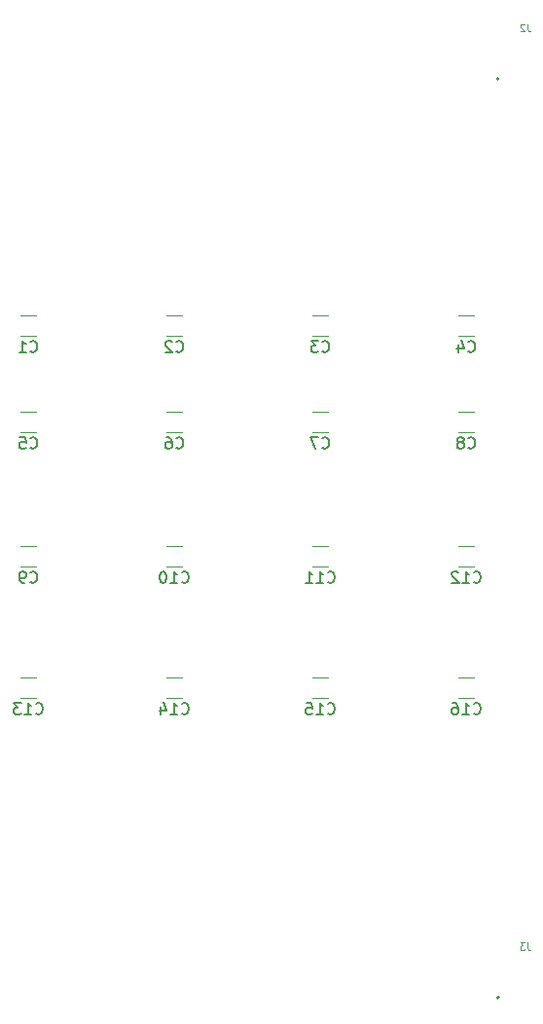
<source format=gbr>
%TF.GenerationSoftware,KiCad,Pcbnew,5.1.9-5.1.9*%
%TF.CreationDate,2021-05-17T13:06:36+03:00*%
%TF.ProjectId,lpf,6c70662e-6b69-4636-9164-5f7063625858,rev?*%
%TF.SameCoordinates,Original*%
%TF.FileFunction,Legend,Bot*%
%TF.FilePolarity,Positive*%
%FSLAX46Y46*%
G04 Gerber Fmt 4.6, Leading zero omitted, Abs format (unit mm)*
G04 Created by KiCad (PCBNEW 5.1.9-5.1.9) date 2021-05-17 13:06:36*
%MOMM*%
%LPD*%
G01*
G04 APERTURE LIST*
%ADD10C,0.200000*%
%ADD11C,0.120000*%
%ADD12C,0.015000*%
%ADD13C,0.150000*%
G04 APERTURE END LIST*
D10*
%TO.C,J3*%
X161100000Y-142900000D02*
G75*
G03*
X161100000Y-142900000I-100000J0D01*
G01*
%TO.C,J2*%
X161100000Y-63000000D02*
G75*
G03*
X161100000Y-63000000I-100000J0D01*
G01*
D11*
%TO.C,C16*%
X157530748Y-116892000D02*
X158953252Y-116892000D01*
X157530748Y-115072000D02*
X158953252Y-115072000D01*
%TO.C,C15*%
X144830748Y-116892000D02*
X146253252Y-116892000D01*
X144830748Y-115072000D02*
X146253252Y-115072000D01*
%TO.C,C14*%
X132130748Y-116892000D02*
X133553252Y-116892000D01*
X132130748Y-115072000D02*
X133553252Y-115072000D01*
%TO.C,C13*%
X119430748Y-116892000D02*
X120853252Y-116892000D01*
X119430748Y-115072000D02*
X120853252Y-115072000D01*
%TO.C,C12*%
X157530748Y-105462000D02*
X158953252Y-105462000D01*
X157530748Y-103642000D02*
X158953252Y-103642000D01*
%TO.C,C11*%
X144830748Y-105462000D02*
X146253252Y-105462000D01*
X144830748Y-103642000D02*
X146253252Y-103642000D01*
%TO.C,C10*%
X132130748Y-105462000D02*
X133553252Y-105462000D01*
X132130748Y-103642000D02*
X133553252Y-103642000D01*
%TO.C,C9*%
X119430748Y-105462000D02*
X120853252Y-105462000D01*
X119430748Y-103642000D02*
X120853252Y-103642000D01*
%TO.C,C8*%
X157530748Y-93778000D02*
X158953252Y-93778000D01*
X157530748Y-91958000D02*
X158953252Y-91958000D01*
%TO.C,C7*%
X144830748Y-93778000D02*
X146253252Y-93778000D01*
X144830748Y-91958000D02*
X146253252Y-91958000D01*
%TO.C,C6*%
X132130748Y-93778000D02*
X133553252Y-93778000D01*
X132130748Y-91958000D02*
X133553252Y-91958000D01*
%TO.C,C5*%
X119430748Y-93778000D02*
X120853252Y-93778000D01*
X119430748Y-91958000D02*
X120853252Y-91958000D01*
%TO.C,C4*%
X157530748Y-85396000D02*
X158953252Y-85396000D01*
X157530748Y-83576000D02*
X158953252Y-83576000D01*
%TO.C,C3*%
X144830748Y-85396000D02*
X146253252Y-85396000D01*
X144830748Y-83576000D02*
X146253252Y-83576000D01*
%TO.C,C2*%
X132130748Y-85396000D02*
X133553252Y-85396000D01*
X132130748Y-83576000D02*
X133553252Y-83576000D01*
%TO.C,C1*%
X119430748Y-85396000D02*
X120853252Y-85396000D01*
X119430748Y-83576000D02*
X120853252Y-83576000D01*
%TO.C,J3*%
D12*
X163581333Y-138143123D02*
X163581333Y-138600266D01*
X163611809Y-138691695D01*
X163672761Y-138752647D01*
X163764190Y-138783123D01*
X163825142Y-138783123D01*
X163337523Y-138143123D02*
X162941333Y-138143123D01*
X163154666Y-138386933D01*
X163063238Y-138386933D01*
X163002285Y-138417409D01*
X162971809Y-138447885D01*
X162941333Y-138508838D01*
X162941333Y-138661219D01*
X162971809Y-138722171D01*
X163002285Y-138752647D01*
X163063238Y-138783123D01*
X163246095Y-138783123D01*
X163307047Y-138752647D01*
X163337523Y-138722171D01*
%TO.C,J2*%
X163581333Y-58243123D02*
X163581333Y-58700266D01*
X163611809Y-58791695D01*
X163672761Y-58852647D01*
X163764190Y-58883123D01*
X163825142Y-58883123D01*
X163307047Y-58304076D02*
X163276571Y-58273600D01*
X163215619Y-58243123D01*
X163063238Y-58243123D01*
X163002285Y-58273600D01*
X162971809Y-58304076D01*
X162941333Y-58365028D01*
X162941333Y-58425980D01*
X162971809Y-58517409D01*
X163337523Y-58883123D01*
X162941333Y-58883123D01*
%TO.C,C16*%
D13*
X158884857Y-118189142D02*
X158932476Y-118236761D01*
X159075333Y-118284380D01*
X159170571Y-118284380D01*
X159313428Y-118236761D01*
X159408666Y-118141523D01*
X159456285Y-118046285D01*
X159503904Y-117855809D01*
X159503904Y-117712952D01*
X159456285Y-117522476D01*
X159408666Y-117427238D01*
X159313428Y-117332000D01*
X159170571Y-117284380D01*
X159075333Y-117284380D01*
X158932476Y-117332000D01*
X158884857Y-117379619D01*
X157932476Y-118284380D02*
X158503904Y-118284380D01*
X158218190Y-118284380D02*
X158218190Y-117284380D01*
X158313428Y-117427238D01*
X158408666Y-117522476D01*
X158503904Y-117570095D01*
X157075333Y-117284380D02*
X157265809Y-117284380D01*
X157361047Y-117332000D01*
X157408666Y-117379619D01*
X157503904Y-117522476D01*
X157551523Y-117712952D01*
X157551523Y-118093904D01*
X157503904Y-118189142D01*
X157456285Y-118236761D01*
X157361047Y-118284380D01*
X157170571Y-118284380D01*
X157075333Y-118236761D01*
X157027714Y-118189142D01*
X156980095Y-118093904D01*
X156980095Y-117855809D01*
X157027714Y-117760571D01*
X157075333Y-117712952D01*
X157170571Y-117665333D01*
X157361047Y-117665333D01*
X157456285Y-117712952D01*
X157503904Y-117760571D01*
X157551523Y-117855809D01*
%TO.C,C15*%
X146184857Y-118189142D02*
X146232476Y-118236761D01*
X146375333Y-118284380D01*
X146470571Y-118284380D01*
X146613428Y-118236761D01*
X146708666Y-118141523D01*
X146756285Y-118046285D01*
X146803904Y-117855809D01*
X146803904Y-117712952D01*
X146756285Y-117522476D01*
X146708666Y-117427238D01*
X146613428Y-117332000D01*
X146470571Y-117284380D01*
X146375333Y-117284380D01*
X146232476Y-117332000D01*
X146184857Y-117379619D01*
X145232476Y-118284380D02*
X145803904Y-118284380D01*
X145518190Y-118284380D02*
X145518190Y-117284380D01*
X145613428Y-117427238D01*
X145708666Y-117522476D01*
X145803904Y-117570095D01*
X144327714Y-117284380D02*
X144803904Y-117284380D01*
X144851523Y-117760571D01*
X144803904Y-117712952D01*
X144708666Y-117665333D01*
X144470571Y-117665333D01*
X144375333Y-117712952D01*
X144327714Y-117760571D01*
X144280095Y-117855809D01*
X144280095Y-118093904D01*
X144327714Y-118189142D01*
X144375333Y-118236761D01*
X144470571Y-118284380D01*
X144708666Y-118284380D01*
X144803904Y-118236761D01*
X144851523Y-118189142D01*
%TO.C,C14*%
X133484857Y-118189142D02*
X133532476Y-118236761D01*
X133675333Y-118284380D01*
X133770571Y-118284380D01*
X133913428Y-118236761D01*
X134008666Y-118141523D01*
X134056285Y-118046285D01*
X134103904Y-117855809D01*
X134103904Y-117712952D01*
X134056285Y-117522476D01*
X134008666Y-117427238D01*
X133913428Y-117332000D01*
X133770571Y-117284380D01*
X133675333Y-117284380D01*
X133532476Y-117332000D01*
X133484857Y-117379619D01*
X132532476Y-118284380D02*
X133103904Y-118284380D01*
X132818190Y-118284380D02*
X132818190Y-117284380D01*
X132913428Y-117427238D01*
X133008666Y-117522476D01*
X133103904Y-117570095D01*
X131675333Y-117617714D02*
X131675333Y-118284380D01*
X131913428Y-117236761D02*
X132151523Y-117951047D01*
X131532476Y-117951047D01*
%TO.C,C13*%
X120784857Y-118189142D02*
X120832476Y-118236761D01*
X120975333Y-118284380D01*
X121070571Y-118284380D01*
X121213428Y-118236761D01*
X121308666Y-118141523D01*
X121356285Y-118046285D01*
X121403904Y-117855809D01*
X121403904Y-117712952D01*
X121356285Y-117522476D01*
X121308666Y-117427238D01*
X121213428Y-117332000D01*
X121070571Y-117284380D01*
X120975333Y-117284380D01*
X120832476Y-117332000D01*
X120784857Y-117379619D01*
X119832476Y-118284380D02*
X120403904Y-118284380D01*
X120118190Y-118284380D02*
X120118190Y-117284380D01*
X120213428Y-117427238D01*
X120308666Y-117522476D01*
X120403904Y-117570095D01*
X119499142Y-117284380D02*
X118880095Y-117284380D01*
X119213428Y-117665333D01*
X119070571Y-117665333D01*
X118975333Y-117712952D01*
X118927714Y-117760571D01*
X118880095Y-117855809D01*
X118880095Y-118093904D01*
X118927714Y-118189142D01*
X118975333Y-118236761D01*
X119070571Y-118284380D01*
X119356285Y-118284380D01*
X119451523Y-118236761D01*
X119499142Y-118189142D01*
%TO.C,C12*%
X158884857Y-106759142D02*
X158932476Y-106806761D01*
X159075333Y-106854380D01*
X159170571Y-106854380D01*
X159313428Y-106806761D01*
X159408666Y-106711523D01*
X159456285Y-106616285D01*
X159503904Y-106425809D01*
X159503904Y-106282952D01*
X159456285Y-106092476D01*
X159408666Y-105997238D01*
X159313428Y-105902000D01*
X159170571Y-105854380D01*
X159075333Y-105854380D01*
X158932476Y-105902000D01*
X158884857Y-105949619D01*
X157932476Y-106854380D02*
X158503904Y-106854380D01*
X158218190Y-106854380D02*
X158218190Y-105854380D01*
X158313428Y-105997238D01*
X158408666Y-106092476D01*
X158503904Y-106140095D01*
X157551523Y-105949619D02*
X157503904Y-105902000D01*
X157408666Y-105854380D01*
X157170571Y-105854380D01*
X157075333Y-105902000D01*
X157027714Y-105949619D01*
X156980095Y-106044857D01*
X156980095Y-106140095D01*
X157027714Y-106282952D01*
X157599142Y-106854380D01*
X156980095Y-106854380D01*
%TO.C,C11*%
X146184857Y-106759142D02*
X146232476Y-106806761D01*
X146375333Y-106854380D01*
X146470571Y-106854380D01*
X146613428Y-106806761D01*
X146708666Y-106711523D01*
X146756285Y-106616285D01*
X146803904Y-106425809D01*
X146803904Y-106282952D01*
X146756285Y-106092476D01*
X146708666Y-105997238D01*
X146613428Y-105902000D01*
X146470571Y-105854380D01*
X146375333Y-105854380D01*
X146232476Y-105902000D01*
X146184857Y-105949619D01*
X145232476Y-106854380D02*
X145803904Y-106854380D01*
X145518190Y-106854380D02*
X145518190Y-105854380D01*
X145613428Y-105997238D01*
X145708666Y-106092476D01*
X145803904Y-106140095D01*
X144280095Y-106854380D02*
X144851523Y-106854380D01*
X144565809Y-106854380D02*
X144565809Y-105854380D01*
X144661047Y-105997238D01*
X144756285Y-106092476D01*
X144851523Y-106140095D01*
%TO.C,C10*%
X133484857Y-106759142D02*
X133532476Y-106806761D01*
X133675333Y-106854380D01*
X133770571Y-106854380D01*
X133913428Y-106806761D01*
X134008666Y-106711523D01*
X134056285Y-106616285D01*
X134103904Y-106425809D01*
X134103904Y-106282952D01*
X134056285Y-106092476D01*
X134008666Y-105997238D01*
X133913428Y-105902000D01*
X133770571Y-105854380D01*
X133675333Y-105854380D01*
X133532476Y-105902000D01*
X133484857Y-105949619D01*
X132532476Y-106854380D02*
X133103904Y-106854380D01*
X132818190Y-106854380D02*
X132818190Y-105854380D01*
X132913428Y-105997238D01*
X133008666Y-106092476D01*
X133103904Y-106140095D01*
X131913428Y-105854380D02*
X131818190Y-105854380D01*
X131722952Y-105902000D01*
X131675333Y-105949619D01*
X131627714Y-106044857D01*
X131580095Y-106235333D01*
X131580095Y-106473428D01*
X131627714Y-106663904D01*
X131675333Y-106759142D01*
X131722952Y-106806761D01*
X131818190Y-106854380D01*
X131913428Y-106854380D01*
X132008666Y-106806761D01*
X132056285Y-106759142D01*
X132103904Y-106663904D01*
X132151523Y-106473428D01*
X132151523Y-106235333D01*
X132103904Y-106044857D01*
X132056285Y-105949619D01*
X132008666Y-105902000D01*
X131913428Y-105854380D01*
%TO.C,C9*%
X120308666Y-106759142D02*
X120356285Y-106806761D01*
X120499142Y-106854380D01*
X120594380Y-106854380D01*
X120737238Y-106806761D01*
X120832476Y-106711523D01*
X120880095Y-106616285D01*
X120927714Y-106425809D01*
X120927714Y-106282952D01*
X120880095Y-106092476D01*
X120832476Y-105997238D01*
X120737238Y-105902000D01*
X120594380Y-105854380D01*
X120499142Y-105854380D01*
X120356285Y-105902000D01*
X120308666Y-105949619D01*
X119832476Y-106854380D02*
X119642000Y-106854380D01*
X119546761Y-106806761D01*
X119499142Y-106759142D01*
X119403904Y-106616285D01*
X119356285Y-106425809D01*
X119356285Y-106044857D01*
X119403904Y-105949619D01*
X119451523Y-105902000D01*
X119546761Y-105854380D01*
X119737238Y-105854380D01*
X119832476Y-105902000D01*
X119880095Y-105949619D01*
X119927714Y-106044857D01*
X119927714Y-106282952D01*
X119880095Y-106378190D01*
X119832476Y-106425809D01*
X119737238Y-106473428D01*
X119546761Y-106473428D01*
X119451523Y-106425809D01*
X119403904Y-106378190D01*
X119356285Y-106282952D01*
%TO.C,C8*%
X158408666Y-95075142D02*
X158456285Y-95122761D01*
X158599142Y-95170380D01*
X158694380Y-95170380D01*
X158837238Y-95122761D01*
X158932476Y-95027523D01*
X158980095Y-94932285D01*
X159027714Y-94741809D01*
X159027714Y-94598952D01*
X158980095Y-94408476D01*
X158932476Y-94313238D01*
X158837238Y-94218000D01*
X158694380Y-94170380D01*
X158599142Y-94170380D01*
X158456285Y-94218000D01*
X158408666Y-94265619D01*
X157837238Y-94598952D02*
X157932476Y-94551333D01*
X157980095Y-94503714D01*
X158027714Y-94408476D01*
X158027714Y-94360857D01*
X157980095Y-94265619D01*
X157932476Y-94218000D01*
X157837238Y-94170380D01*
X157646761Y-94170380D01*
X157551523Y-94218000D01*
X157503904Y-94265619D01*
X157456285Y-94360857D01*
X157456285Y-94408476D01*
X157503904Y-94503714D01*
X157551523Y-94551333D01*
X157646761Y-94598952D01*
X157837238Y-94598952D01*
X157932476Y-94646571D01*
X157980095Y-94694190D01*
X158027714Y-94789428D01*
X158027714Y-94979904D01*
X157980095Y-95075142D01*
X157932476Y-95122761D01*
X157837238Y-95170380D01*
X157646761Y-95170380D01*
X157551523Y-95122761D01*
X157503904Y-95075142D01*
X157456285Y-94979904D01*
X157456285Y-94789428D01*
X157503904Y-94694190D01*
X157551523Y-94646571D01*
X157646761Y-94598952D01*
%TO.C,C7*%
X145708666Y-95075142D02*
X145756285Y-95122761D01*
X145899142Y-95170380D01*
X145994380Y-95170380D01*
X146137238Y-95122761D01*
X146232476Y-95027523D01*
X146280095Y-94932285D01*
X146327714Y-94741809D01*
X146327714Y-94598952D01*
X146280095Y-94408476D01*
X146232476Y-94313238D01*
X146137238Y-94218000D01*
X145994380Y-94170380D01*
X145899142Y-94170380D01*
X145756285Y-94218000D01*
X145708666Y-94265619D01*
X145375333Y-94170380D02*
X144708666Y-94170380D01*
X145137238Y-95170380D01*
%TO.C,C6*%
X133008666Y-95075142D02*
X133056285Y-95122761D01*
X133199142Y-95170380D01*
X133294380Y-95170380D01*
X133437238Y-95122761D01*
X133532476Y-95027523D01*
X133580095Y-94932285D01*
X133627714Y-94741809D01*
X133627714Y-94598952D01*
X133580095Y-94408476D01*
X133532476Y-94313238D01*
X133437238Y-94218000D01*
X133294380Y-94170380D01*
X133199142Y-94170380D01*
X133056285Y-94218000D01*
X133008666Y-94265619D01*
X132151523Y-94170380D02*
X132342000Y-94170380D01*
X132437238Y-94218000D01*
X132484857Y-94265619D01*
X132580095Y-94408476D01*
X132627714Y-94598952D01*
X132627714Y-94979904D01*
X132580095Y-95075142D01*
X132532476Y-95122761D01*
X132437238Y-95170380D01*
X132246761Y-95170380D01*
X132151523Y-95122761D01*
X132103904Y-95075142D01*
X132056285Y-94979904D01*
X132056285Y-94741809D01*
X132103904Y-94646571D01*
X132151523Y-94598952D01*
X132246761Y-94551333D01*
X132437238Y-94551333D01*
X132532476Y-94598952D01*
X132580095Y-94646571D01*
X132627714Y-94741809D01*
%TO.C,C5*%
X120308666Y-95075142D02*
X120356285Y-95122761D01*
X120499142Y-95170380D01*
X120594380Y-95170380D01*
X120737238Y-95122761D01*
X120832476Y-95027523D01*
X120880095Y-94932285D01*
X120927714Y-94741809D01*
X120927714Y-94598952D01*
X120880095Y-94408476D01*
X120832476Y-94313238D01*
X120737238Y-94218000D01*
X120594380Y-94170380D01*
X120499142Y-94170380D01*
X120356285Y-94218000D01*
X120308666Y-94265619D01*
X119403904Y-94170380D02*
X119880095Y-94170380D01*
X119927714Y-94646571D01*
X119880095Y-94598952D01*
X119784857Y-94551333D01*
X119546761Y-94551333D01*
X119451523Y-94598952D01*
X119403904Y-94646571D01*
X119356285Y-94741809D01*
X119356285Y-94979904D01*
X119403904Y-95075142D01*
X119451523Y-95122761D01*
X119546761Y-95170380D01*
X119784857Y-95170380D01*
X119880095Y-95122761D01*
X119927714Y-95075142D01*
%TO.C,C4*%
X158408666Y-86693142D02*
X158456285Y-86740761D01*
X158599142Y-86788380D01*
X158694380Y-86788380D01*
X158837238Y-86740761D01*
X158932476Y-86645523D01*
X158980095Y-86550285D01*
X159027714Y-86359809D01*
X159027714Y-86216952D01*
X158980095Y-86026476D01*
X158932476Y-85931238D01*
X158837238Y-85836000D01*
X158694380Y-85788380D01*
X158599142Y-85788380D01*
X158456285Y-85836000D01*
X158408666Y-85883619D01*
X157551523Y-86121714D02*
X157551523Y-86788380D01*
X157789619Y-85740761D02*
X158027714Y-86455047D01*
X157408666Y-86455047D01*
%TO.C,C3*%
X145708666Y-86693142D02*
X145756285Y-86740761D01*
X145899142Y-86788380D01*
X145994380Y-86788380D01*
X146137238Y-86740761D01*
X146232476Y-86645523D01*
X146280095Y-86550285D01*
X146327714Y-86359809D01*
X146327714Y-86216952D01*
X146280095Y-86026476D01*
X146232476Y-85931238D01*
X146137238Y-85836000D01*
X145994380Y-85788380D01*
X145899142Y-85788380D01*
X145756285Y-85836000D01*
X145708666Y-85883619D01*
X145375333Y-85788380D02*
X144756285Y-85788380D01*
X145089619Y-86169333D01*
X144946761Y-86169333D01*
X144851523Y-86216952D01*
X144803904Y-86264571D01*
X144756285Y-86359809D01*
X144756285Y-86597904D01*
X144803904Y-86693142D01*
X144851523Y-86740761D01*
X144946761Y-86788380D01*
X145232476Y-86788380D01*
X145327714Y-86740761D01*
X145375333Y-86693142D01*
%TO.C,C2*%
X133008666Y-86693142D02*
X133056285Y-86740761D01*
X133199142Y-86788380D01*
X133294380Y-86788380D01*
X133437238Y-86740761D01*
X133532476Y-86645523D01*
X133580095Y-86550285D01*
X133627714Y-86359809D01*
X133627714Y-86216952D01*
X133580095Y-86026476D01*
X133532476Y-85931238D01*
X133437238Y-85836000D01*
X133294380Y-85788380D01*
X133199142Y-85788380D01*
X133056285Y-85836000D01*
X133008666Y-85883619D01*
X132627714Y-85883619D02*
X132580095Y-85836000D01*
X132484857Y-85788380D01*
X132246761Y-85788380D01*
X132151523Y-85836000D01*
X132103904Y-85883619D01*
X132056285Y-85978857D01*
X132056285Y-86074095D01*
X132103904Y-86216952D01*
X132675333Y-86788380D01*
X132056285Y-86788380D01*
%TO.C,C1*%
X120308666Y-86693142D02*
X120356285Y-86740761D01*
X120499142Y-86788380D01*
X120594380Y-86788380D01*
X120737238Y-86740761D01*
X120832476Y-86645523D01*
X120880095Y-86550285D01*
X120927714Y-86359809D01*
X120927714Y-86216952D01*
X120880095Y-86026476D01*
X120832476Y-85931238D01*
X120737238Y-85836000D01*
X120594380Y-85788380D01*
X120499142Y-85788380D01*
X120356285Y-85836000D01*
X120308666Y-85883619D01*
X119356285Y-86788380D02*
X119927714Y-86788380D01*
X119642000Y-86788380D02*
X119642000Y-85788380D01*
X119737238Y-85931238D01*
X119832476Y-86026476D01*
X119927714Y-86074095D01*
%TD*%
M02*

</source>
